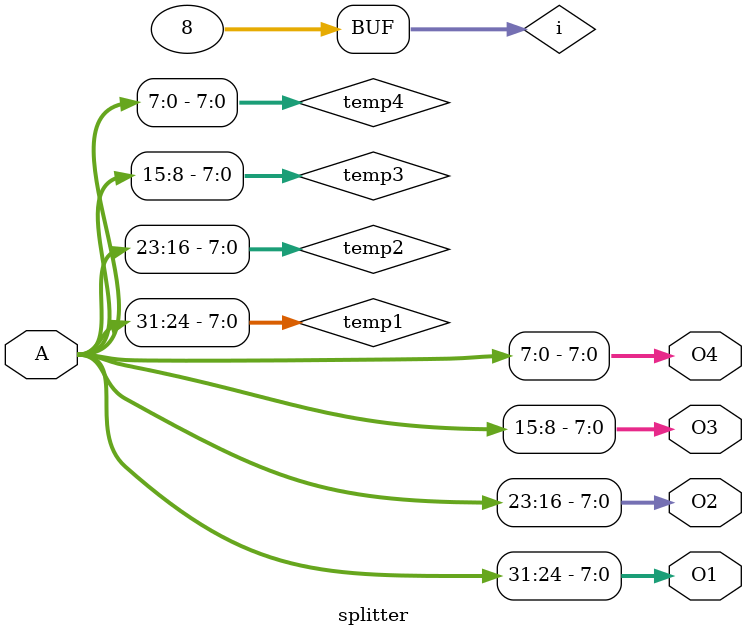
<source format=v>
`timescale 1ns / 1ps
module splitter(
    input signed [31:0] A,
    output [7:0] O1,
    output [7:0] O2,
    output [7:0] O3,
    output [7:0] O4
    );
		reg [7:0] temp1 = 0,temp2 = 0,temp3 = 0,temp4 = 0;
		integer i = 0;
		assign O1 = temp1,O2 = temp2,O3 = temp3,O4 = temp4;
		
		always@* begin
		for(i = 0;i < 8;i = i + 1) begin
			temp1[7 - i] = A[31 - i];
		end
		for(i = 0;i < 8;i = i + 1) begin
			temp2[7 - i] = A[23 - i];
		end
		for(i = 0;i < 8;i = i + 1) begin
			temp3[7 - i] = A[15 - i];
		end
		for(i = 0;i < 8;i = i + 1) begin
			temp4[7 - i] = A[7 - i];
		end
		end
endmodule

</source>
